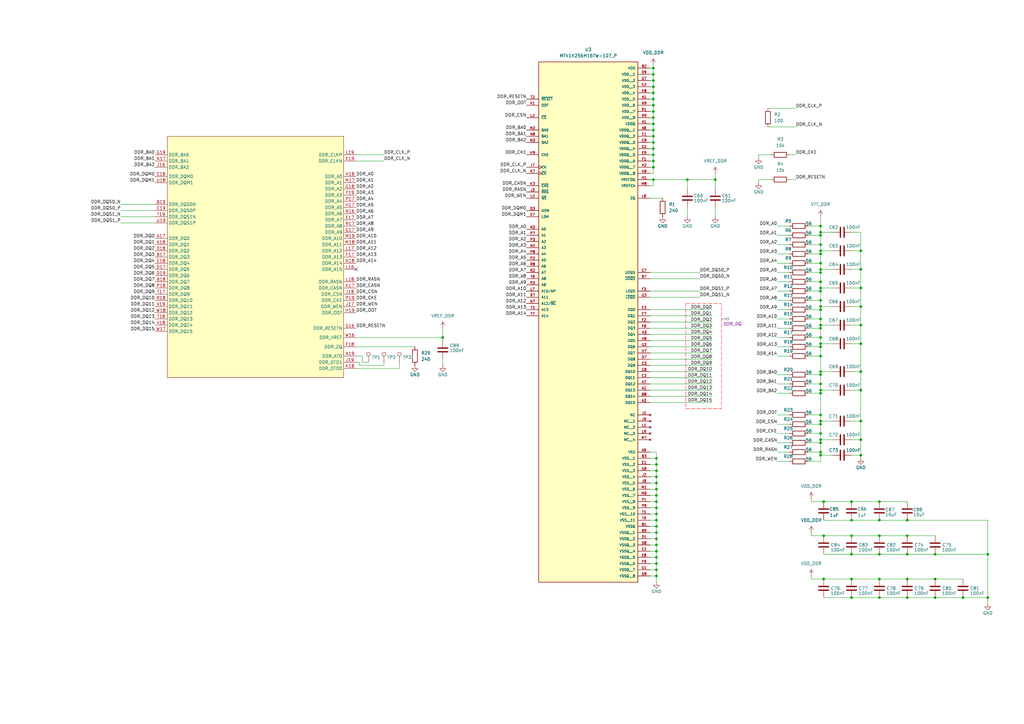
<source format=kicad_sch>
(kicad_sch (version 20250114) (generator "eeschema") (generator_version "9.0")
  (paper "A3")
  (title_block (comment 1 "Author: Mykola Grodskyi"))
  (junction (at 267.97 60.96))
  (junction (at 336.55 177.8))
  (junction (at 269.24 193.04))
  (junction (at 269.24 233.68))
  (junction (at 267.97 73.66))
  (junction (at 269.24 200.66))
  (junction (at 353.06 186.69))
  (junction (at 349.25 237.49))
  (junction (at 336.55 170.18))
  (junction (at 269.24 205.74))
  (junction (at 269.24 187.96))
  (junction (at 269.24 223.52))
  (junction (at 269.24 210.82))
  (junction (at 336.55 111.76))
  (junction (at 372.11 245.11))
  (junction (at 353.06 140.97))
  (junction (at 267.97 68.58))
  (junction (at 267.97 27.94))
  (junction (at 394.97 245.11))
  (junction (at 336.55 173.99))
  (junction (at 336.55 186.69))
  (junction (at 336.55 138.43))
  (junction (at 336.55 102.87))
  (junction (at 336.55 100.33))
  (junction (at 293.37 73.66))
  (junction (at 336.55 123.19))
  (junction (at 360.68 219.71))
  (junction (at 336.55 161.29))
  (junction (at 337.82 219.71))
  (junction (at 353.06 160.02))
  (junction (at 336.55 152.4))
  (junction (at 267.97 35.56))
  (junction (at 353.06 125.73))
  (junction (at 383.54 227.33))
  (junction (at 349.25 205.74))
  (junction (at 269.24 220.98))
  (junction (at 383.54 245.11))
  (junction (at 269.24 208.28))
  (junction (at 336.55 180.34))
  (junction (at 267.97 66.04))
  (junction (at 269.24 195.58))
  (junction (at 336.55 133.35))
  (junction (at 349.25 219.71))
  (junction (at 181.61 138.43))
  (junction (at 336.55 115.57))
  (junction (at 360.68 213.36))
  (junction (at 349.25 227.33))
  (junction (at 337.82 205.74))
  (junction (at 336.55 172.72))
  (junction (at 372.11 227.33))
  (junction (at 336.55 92.71))
  (junction (at 267.97 40.64))
  (junction (at 353.06 152.4))
  (junction (at 269.24 198.12))
  (junction (at 353.06 118.11))
  (junction (at 269.24 226.06))
  (junction (at 372.11 213.36))
  (junction (at 360.68 205.74))
  (junction (at 353.06 133.35))
  (junction (at 267.97 45.72))
  (junction (at 336.55 160.02))
  (junction (at 336.55 119.38))
  (junction (at 353.06 102.87))
  (junction (at 336.55 157.48))
  (junction (at 269.24 231.14))
  (junction (at 336.55 118.11))
  (junction (at 269.24 190.5))
  (junction (at 267.97 63.5))
  (junction (at 372.11 237.49))
  (junction (at 269.24 218.44))
  (junction (at 336.55 134.62))
  (junction (at 383.54 237.49))
  (junction (at 267.97 30.48))
  (junction (at 405.13 227.33))
  (junction (at 336.55 95.25))
  (junction (at 360.68 227.33))
  (junction (at 372.11 219.71))
  (junction (at 336.55 104.14))
  (junction (at 267.97 50.8))
  (junction (at 353.06 180.34))
  (junction (at 336.55 110.49))
  (junction (at 269.24 228.6))
  (junction (at 267.97 43.18))
  (junction (at 269.24 215.9))
  (junction (at 353.06 172.72))
  (junction (at 267.97 33.02))
  (junction (at 336.55 125.73))
  (junction (at 281.94 73.66))
  (junction (at 360.68 245.11))
  (junction (at 336.55 130.81))
  (junction (at 336.55 142.24))
  (junction (at 267.97 53.34))
  (junction (at 269.24 203.2))
  (junction (at 336.55 185.42))
  (junction (at 337.82 237.49))
  (junction (at 269.24 213.36))
  (junction (at 336.55 146.05))
  (junction (at 353.06 110.49))
  (junction (at 267.97 38.1))
  (junction (at 269.24 236.22))
  (junction (at 267.97 48.26))
  (junction (at 349.25 213.36))
  (junction (at 267.97 58.42))
  (junction (at 360.68 237.49))
  (junction (at 336.55 96.52))
  (junction (at 336.55 181.61))
  (junction (at 405.13 245.11))
  (junction (at 336.55 153.67))
  (junction (at 336.55 107.95))
  (junction (at 349.25 245.11))
  (junction (at 336.55 127))
  (junction (at 267.97 55.88))
  (junction (at 336.55 140.97))
  (no_connect (at 146.05 110.49))
  (wire (pts (xy 269.24 205.74) (xy 269.24 208.28)))
  (wire (pts (xy 318.77 189.23) (xy 323.85 189.23)))
  (wire (pts (xy 353.06 102.87) (xy 353.06 110.49)))
  (wire (pts (xy 281.94 73.66) (xy 281.94 77.47)))
  (wire (pts (xy 269.24 193.04) (xy 269.24 195.58)))
  (wire (pts (xy 336.55 185.42) (xy 336.55 186.69)))
  (wire (pts (xy 336.55 100.33) (xy 336.55 102.87)))
  (wire (pts (xy 341.63 186.69) (xy 336.55 186.69)))
  (wire (pts (xy 383.54 245.11) (xy 394.97 245.11)))
  (wire (pts (xy 336.55 104.14) (xy 336.55 107.95)))
  (wire (pts (xy 372.11 245.11) (xy 383.54 245.11)))
  (wire (pts (xy 336.55 95.25) (xy 336.55 96.52)))
  (wire (pts (xy 157.48 66.04) (xy 146.05 66.04)))
  (wire (pts (xy 267.97 30.48) (xy 267.97 33.02)))
  (wire (pts (xy 336.55 92.71) (xy 336.55 95.25)))
  (wire (pts (xy 318.77 181.61) (xy 323.85 181.61)))
  (wire (pts (xy 287.02 119.38) (xy 266.7 119.38)))
  (wire (pts (xy 336.55 119.38) (xy 331.47 119.38)))
  (wire (pts (xy 269.24 208.28) (xy 266.7 208.28)))
  (wire (pts (xy 336.55 111.76) (xy 336.55 115.57)))
  (wire (pts (xy 311.15 73.66) (xy 316.23 73.66)))
  (wire (pts (xy 318.77 142.24) (xy 323.85 142.24)))
  (wire (pts (xy 353.06 140.97) (xy 353.06 152.4)))
  (wire (pts (xy 336.55 123.19) (xy 331.47 123.19)))
  (wire (pts (xy 269.24 198.12) (xy 266.7 198.12)))
  (wire (pts (xy 336.55 146.05) (xy 336.55 152.4)))
  (wire (pts (xy 337.82 219.71) (xy 349.25 219.71)))
  (wire (pts (xy 269.24 213.36) (xy 269.24 215.9)))
  (wire (pts (xy 336.55 181.61) (xy 336.55 185.42)))
  (wire (pts (xy 336.55 102.87) (xy 336.55 104.14)))
  (wire (pts (xy 336.55 142.24) (xy 331.47 142.24)))
  (wire (pts (xy 269.24 226.06) (xy 266.7 226.06)))
  (wire (pts (xy 49.53 86.36) (xy 63.5 86.36)))
  (wire (pts (xy 341.63 125.73) (xy 336.55 125.73)))
  (wire (pts (xy 336.55 115.57) (xy 331.47 115.57)))
  (wire (pts (xy 360.68 213.36) (xy 372.11 213.36)))
  (wire (pts (xy 341.63 102.87) (xy 336.55 102.87)))
  (wire (pts (xy 336.55 185.42) (xy 331.47 185.42)))
  (wire (pts (xy 336.55 170.18) (xy 336.55 172.72)))
  (wire (pts (xy 353.06 133.35) (xy 349.25 133.35)))
  (wire (pts (xy 269.24 200.66) (xy 266.7 200.66)))
  (wire (pts (xy 311.15 63.5) (xy 316.23 63.5)))
  (wire (pts (xy 372.11 227.33) (xy 383.54 227.33)))
  (wire (pts (xy 336.55 92.71) (xy 331.47 92.71)))
  (wire (pts (xy 336.55 134.62) (xy 336.55 138.43)))
  (wire (pts (xy 267.97 40.64) (xy 267.97 43.18)))
  (wire (pts (xy 292.1 142.24) (xy 266.7 142.24)))
  (wire (pts (xy 336.55 160.02) (xy 336.55 161.29)))
  (wire (pts (xy 267.97 43.18) (xy 267.97 45.72)))
  (wire (pts (xy 394.97 245.11) (xy 405.13 245.11)))
  (wire (pts (xy 49.53 91.44) (xy 63.5 91.44)))
  (wire (pts (xy 383.54 237.49) (xy 394.97 237.49)))
  (wire (pts (xy 292.1 162.56) (xy 266.7 162.56)))
  (wire (pts (xy 267.97 27.94) (xy 266.7 27.94)))
  (wire (pts (xy 405.13 245.11) (xy 405.13 247.65)))
  (wire (pts (xy 269.24 195.58) (xy 266.7 195.58)))
  (wire (pts (xy 269.24 220.98) (xy 266.7 220.98)))
  (wire (pts (xy 292.1 154.94) (xy 266.7 154.94)))
  (wire (pts (xy 267.97 68.58) (xy 267.97 71.12)))
  (wire (pts (xy 267.97 33.02) (xy 266.7 33.02)))
  (wire (pts (xy 269.24 185.42) (xy 269.24 187.96)))
  (wire (pts (xy 269.24 223.52) (xy 266.7 223.52)))
  (wire (pts (xy 349.25 219.71) (xy 360.68 219.71)))
  (wire (pts (xy 269.24 220.98) (xy 269.24 223.52)))
  (wire (pts (xy 146.05 146.05) (xy 148.59 146.05)))
  (wire (pts (xy 292.1 137.16) (xy 266.7 137.16)))
  (wire (pts (xy 267.97 26.67) (xy 267.97 27.94)))
  (wire (pts (xy 267.97 55.88) (xy 266.7 55.88)))
  (wire (pts (xy 311.15 64.77) (xy 311.15 63.5)))
  (wire (pts (xy 372.11 219.71) (xy 383.54 219.71)))
  (wire (pts (xy 266.7 73.66) (xy 267.97 73.66)))
  (wire (pts (xy 287.02 111.76) (xy 266.7 111.76)))
  (wire (pts (xy 267.97 55.88) (xy 267.97 58.42)))
  (wire (pts (xy 269.24 208.28) (xy 269.24 210.82)))
  (wire (pts (xy 336.55 186.69) (xy 336.55 189.23)))
  (wire (pts (xy 372.11 237.49) (xy 383.54 237.49)))
  (wire (pts (xy 269.24 226.06) (xy 269.24 228.6)))
  (wire (pts (xy 323.85 73.66) (xy 326.39 73.66)))
  (wire (pts (xy 281.94 73.66) (xy 293.37 73.66)))
  (wire (pts (xy 267.97 40.64) (xy 266.7 40.64)))
  (wire (pts (xy 269.24 187.96) (xy 269.24 190.5)))
  (wire (pts (xy 181.61 134.62) (xy 181.61 138.43)))
  (wire (pts (xy 318.77 111.76) (xy 323.85 111.76)))
  (wire (pts (xy 269.24 231.14) (xy 269.24 233.68)))
  (wire (pts (xy 292.1 157.48) (xy 266.7 157.48)))
  (wire (pts (xy 353.06 160.02) (xy 349.25 160.02)))
  (wire (pts (xy 267.97 53.34) (xy 266.7 53.34)))
  (wire (pts (xy 353.06 160.02) (xy 353.06 172.72)))
  (wire (pts (xy 372.11 213.36) (xy 405.13 213.36)))
  (wire (pts (xy 336.55 161.29) (xy 336.55 170.18)))
  (wire (pts (xy 318.77 115.57) (xy 323.85 115.57)))
  (wire (pts (xy 405.13 227.33) (xy 405.13 245.11)))
  (wire (pts (xy 267.97 63.5) (xy 266.7 63.5)))
  (wire (pts (xy 336.55 153.67) (xy 336.55 157.48)))
  (wire (pts (xy 269.24 193.04) (xy 266.7 193.04)))
  (wire (pts (xy 292.1 127) (xy 266.7 127)))
  (wire (pts (xy 341.63 152.4) (xy 336.55 152.4)))
  (wire (pts (xy 318.77 107.95) (xy 323.85 107.95)))
  (wire (pts (xy 336.55 133.35) (xy 336.55 134.62)))
  (wire (pts (xy 157.48 148.59) (xy 157.48 149.86)))
  (wire (pts (xy 353.06 172.72) (xy 349.25 172.72)))
  (wire (pts (xy 269.24 210.82) (xy 266.7 210.82)))
  (wire (pts (xy 269.24 236.22) (xy 269.24 238.76)))
  (wire (pts (xy 146.05 151.13) (xy 163.83 151.13)))
  (wire (pts (xy 349.25 227.33) (xy 360.68 227.33)))
  (wire (pts (xy 292.1 139.7) (xy 266.7 139.7)))
  (wire (pts (xy 336.55 152.4) (xy 336.55 153.67)))
  (wire (pts (xy 318.77 130.81) (xy 323.85 130.81)))
  (wire (pts (xy 336.55 115.57) (xy 336.55 118.11)))
  (wire (pts (xy 360.68 245.11) (xy 372.11 245.11)))
  (wire (pts (xy 353.06 133.35) (xy 353.06 140.97)))
  (wire (pts (xy 292.1 132.08) (xy 266.7 132.08)))
  (wire (pts (xy 336.55 130.81) (xy 331.47 130.81)))
  (wire (pts (xy 49.53 88.9) (xy 63.5 88.9)))
  (wire (pts (xy 341.63 160.02) (xy 336.55 160.02)))
  (wire (pts (xy 287.02 114.3) (xy 266.7 114.3)))
  (wire (pts (xy 269.24 190.5) (xy 266.7 190.5)))
  (wire (pts (xy 318.77 153.67) (xy 323.85 153.67)))
  (wire (pts (xy 148.59 146.05) (xy 148.59 148.59)))
  (wire (pts (xy 336.55 172.72) (xy 336.55 173.99)))
  (wire (pts (xy 337.82 227.33) (xy 349.25 227.33)))
  (wire (pts (xy 349.25 245.11) (xy 360.68 245.11)))
  (wire (pts (xy 336.55 153.67) (xy 331.47 153.67)))
  (wire (pts (xy 353.06 152.4) (xy 349.25 152.4)))
  (wire (pts (xy 332.74 219.71) (xy 337.82 219.71)))
  (wire (pts (xy 269.24 228.6) (xy 266.7 228.6)))
  (wire (pts (xy 331.47 100.33) (xy 336.55 100.33)))
  (wire (pts (xy 267.97 38.1) (xy 266.7 38.1)))
  (wire (pts (xy 266.7 81.28) (xy 271.78 81.28)))
  (wire (pts (xy 269.24 213.36) (xy 266.7 213.36)))
  (wire (pts (xy 269.24 215.9) (xy 266.7 215.9)))
  (wire (pts (xy 157.48 149.86) (xy 147.32 149.86)))
  (wire (pts (xy 267.97 53.34) (xy 267.97 55.88)))
  (wire (pts (xy 336.55 134.62) (xy 331.47 134.62)))
  (wire (pts (xy 353.06 180.34) (xy 349.25 180.34)))
  (wire (pts (xy 337.82 213.36) (xy 349.25 213.36)))
  (wire (pts (xy 292.1 129.54) (xy 266.7 129.54)))
  (wire (pts (xy 336.55 161.29) (xy 331.47 161.29)))
  (wire (pts (xy 147.32 149.86) (xy 147.32 148.59)))
  (wire (pts (xy 336.55 107.95) (xy 336.55 110.49)))
  (wire (pts (xy 163.83 151.13) (xy 163.83 148.59)))
  (wire (pts (xy 353.06 180.34) (xy 353.06 186.69)))
  (wire (pts (xy 332.74 236.22) (xy 332.74 237.49)))
  (wire (pts (xy 267.97 76.2) (xy 267.97 73.66)))
  (wire (pts (xy 341.63 180.34) (xy 336.55 180.34)))
  (wire (pts (xy 353.06 95.25) (xy 349.25 95.25)))
  (wire (pts (xy 349.25 213.36) (xy 360.68 213.36)))
  (wire (pts (xy 181.61 139.7) (xy 181.61 138.43)))
  (wire (pts (xy 293.37 73.66) (xy 293.37 77.47)))
  (wire (pts (xy 336.55 118.11) (xy 336.55 119.38)))
  (wire (pts (xy 269.24 203.2) (xy 269.24 205.74)))
  (wire (pts (xy 318.77 100.33) (xy 323.85 100.33)))
  (wire (pts (xy 353.06 118.11) (xy 349.25 118.11)))
  (wire (pts (xy 269.24 198.12) (xy 269.24 200.66)))
  (wire (pts (xy 281.94 88.9) (xy 281.94 85.09)))
  (wire (pts (xy 353.06 186.69) (xy 349.25 186.69)))
  (wire (pts (xy 318.77 170.18) (xy 323.85 170.18)))
  (wire (pts (xy 336.55 181.61) (xy 331.47 181.61)))
  (wire (pts (xy 331.47 104.14) (xy 336.55 104.14)))
  (wire (pts (xy 269.24 185.42) (xy 266.7 185.42)))
  (wire (pts (xy 336.55 189.23) (xy 331.47 189.23)))
  (wire (pts (xy 353.06 125.73) (xy 349.25 125.73)))
  (wire (pts (xy 341.63 133.35) (xy 336.55 133.35)))
  (wire (pts (xy 267.97 58.42) (xy 266.7 58.42)))
  (wire (pts (xy 267.97 33.02) (xy 267.97 35.56)))
  (wire (pts (xy 293.37 88.9) (xy 293.37 85.09)))
  (wire (pts (xy 267.97 35.56) (xy 267.97 38.1)))
  (wire (pts (xy 337.82 205.74) (xy 349.25 205.74)))
  (wire (pts (xy 341.63 110.49) (xy 336.55 110.49)))
  (wire (pts (xy 314.96 44.45) (xy 326.39 44.45)))
  (wire (pts (xy 353.06 186.69) (xy 353.06 187.96)))
  (wire (pts (xy 292.1 147.32) (xy 266.7 147.32)))
  (wire (pts (xy 353.06 172.72) (xy 353.06 180.34)))
  (wire (pts (xy 360.68 227.33) (xy 372.11 227.33)))
  (wire (pts (xy 267.97 58.42) (xy 267.97 60.96)))
  (wire (pts (xy 269.24 228.6) (xy 269.24 231.14)))
  (wire (pts (xy 332.74 218.44) (xy 332.74 219.71)))
  (wire (pts (xy 269.24 233.68) (xy 266.7 233.68)))
  (wire (pts (xy 292.1 144.78) (xy 266.7 144.78)))
  (wire (pts (xy 292.1 149.86) (xy 266.7 149.86)))
  (wire (pts (xy 318.77 146.05) (xy 323.85 146.05)))
  (wire (pts (xy 336.55 125.73) (xy 336.55 127)))
  (wire (pts (xy 353.06 95.25) (xy 353.06 102.87)))
  (wire (pts (xy 337.82 237.49) (xy 349.25 237.49)))
  (wire (pts (xy 269.24 203.2) (xy 266.7 203.2)))
  (wire (pts (xy 269.24 231.14) (xy 266.7 231.14)))
  (wire (pts (xy 353.06 140.97) (xy 349.25 140.97)))
  (wire (pts (xy 267.97 66.04) (xy 266.7 66.04)))
  (wire (pts (xy 318.77 96.52) (xy 323.85 96.52)))
  (wire (pts (xy 292.1 134.62) (xy 266.7 134.62)))
  (wire (pts (xy 148.59 148.59) (xy 151.13 148.59)))
  (wire (pts (xy 146.05 138.43) (xy 181.61 138.43)))
  (wire (pts (xy 332.74 204.47) (xy 332.74 205.74)))
  (wire (pts (xy 336.55 140.97) (xy 336.55 142.24)))
  (wire (pts (xy 353.06 152.4) (xy 353.06 160.02)))
  (wire (pts (xy 267.97 60.96) (xy 266.7 60.96)))
  (wire (pts (xy 269.24 205.74) (xy 266.7 205.74)))
  (wire (pts (xy 269.24 218.44) (xy 269.24 220.98)))
  (wire (pts (xy 336.55 127) (xy 331.47 127)))
  (wire (pts (xy 146.05 148.59) (xy 147.32 148.59)))
  (wire (pts (xy 341.63 118.11) (xy 336.55 118.11)))
  (wire (pts (xy 336.55 107.95) (xy 331.47 107.95)))
  (wire (pts (xy 318.77 185.42) (xy 323.85 185.42)))
  (wire (pts (xy 318.77 134.62) (xy 323.85 134.62)))
  (wire (pts (xy 267.97 43.18) (xy 266.7 43.18)))
  (wire (pts (xy 341.63 140.97) (xy 336.55 140.97)))
  (wire (pts (xy 267.97 35.56) (xy 266.7 35.56)))
  (wire (pts (xy 318.77 177.8) (xy 323.85 177.8)))
  (wire (pts (xy 341.63 95.25) (xy 336.55 95.25)))
  (wire (pts (xy 336.55 142.24) (xy 336.55 146.05)))
  (wire (pts (xy 318.77 123.19) (xy 323.85 123.19)))
  (wire (pts (xy 146.05 142.24) (xy 170.18 142.24)))
  (wire (pts (xy 353.06 102.87) (xy 349.25 102.87)))
  (wire (pts (xy 336.55 110.49) (xy 336.55 111.76)))
  (wire (pts (xy 336.55 123.19) (xy 336.55 125.73)))
  (wire (pts (xy 267.97 27.94) (xy 267.97 30.48)))
  (wire (pts (xy 341.63 172.72) (xy 336.55 172.72)))
  (wire (pts (xy 318.77 104.14) (xy 323.85 104.14)))
  (wire (pts (xy 349.25 205.74) (xy 360.68 205.74)))
  (wire (pts (xy 318.77 92.71) (xy 323.85 92.71)))
  (wire (pts (xy 267.97 45.72) (xy 266.7 45.72)))
  (wire (pts (xy 336.55 119.38) (xy 336.55 123.19)))
  (wire (pts (xy 336.55 111.76) (xy 331.47 111.76)))
  (wire (pts (xy 293.37 71.12) (xy 293.37 73.66)))
  (wire (pts (xy 318.77 157.48) (xy 323.85 157.48)))
  (wire (pts (xy 269.24 233.68) (xy 269.24 236.22)))
  (wire (pts (xy 267.97 48.26) (xy 267.97 50.8)))
  (wire (pts (xy 267.97 63.5) (xy 267.97 66.04)))
  (wire (pts (xy 181.61 149.86) (xy 181.61 147.32)))
  (wire (pts (xy 267.97 38.1) (xy 267.97 40.64)))
  (wire (pts (xy 336.55 177.8) (xy 331.47 177.8)))
  (wire (pts (xy 318.77 127) (xy 323.85 127)))
  (wire (pts (xy 287.02 121.92) (xy 266.7 121.92)))
  (wire (pts (xy 336.55 170.18) (xy 331.47 170.18)))
  (wire (pts (xy 353.06 110.49) (xy 349.25 110.49)))
  (wire (pts (xy 269.24 200.66) (xy 269.24 203.2)))
  (wire (pts (xy 336.55 180.34) (xy 336.55 181.61)))
  (wire (pts (xy 267.97 50.8) (xy 266.7 50.8)))
  (wire (pts (xy 353.06 118.11) (xy 353.06 125.73)))
  (wire (pts (xy 269.24 190.5) (xy 269.24 193.04)))
  (wire (pts (xy 336.55 177.8) (xy 336.55 180.34)))
  (wire (pts (xy 336.55 157.48) (xy 336.55 160.02)))
  (wire (pts (xy 318.77 173.99) (xy 323.85 173.99)))
  (wire (pts (xy 318.77 119.38) (xy 323.85 119.38)))
  (wire (pts (xy 336.55 96.52) (xy 336.55 100.33)))
  (wire (pts (xy 267.97 50.8) (xy 267.97 53.34)))
  (wire (pts (xy 269.24 187.96) (xy 266.7 187.96)))
  (wire (pts (xy 267.97 30.48) (xy 266.7 30.48)))
  (wire (pts (xy 266.7 76.2) (xy 267.97 76.2)))
  (wire (pts (xy 49.53 83.82) (xy 63.5 83.82)))
  (wire (pts (xy 360.68 205.74) (xy 372.11 205.74)))
  (wire (pts (xy 336.55 146.05) (xy 331.47 146.05)))
  (wire (pts (xy 269.24 236.22) (xy 266.7 236.22)))
  (wire (pts (xy 353.06 125.73) (xy 353.06 133.35)))
  (wire (pts (xy 353.06 110.49) (xy 353.06 118.11)))
  (wire (pts (xy 349.25 237.49) (xy 360.68 237.49)))
  (wire (pts (xy 318.77 161.29) (xy 323.85 161.29)))
  (wire (pts (xy 336.55 173.99) (xy 331.47 173.99)))
  (wire (pts (xy 267.97 45.72) (xy 267.97 48.26)))
  (wire (pts (xy 332.74 205.74) (xy 337.82 205.74)))
  (wire (pts (xy 267.97 48.26) (xy 266.7 48.26)))
  (wire (pts (xy 267.97 60.96) (xy 267.97 63.5)))
  (wire (pts (xy 383.54 227.33) (xy 405.13 227.33)))
  (wire (pts (xy 336.55 127) (xy 336.55 130.81)))
  (wire (pts (xy 336.55 138.43) (xy 331.47 138.43)))
  (wire (pts (xy 292.1 152.4) (xy 266.7 152.4)))
  (wire (pts (xy 318.77 138.43) (xy 323.85 138.43)))
  (wire (pts (xy 332.74 237.49) (xy 337.82 237.49)))
  (wire (pts (xy 267.97 66.04) (xy 267.97 68.58)))
  (wire (pts (xy 336.55 157.48) (xy 331.47 157.48)))
  (wire (pts (xy 269.24 215.9) (xy 269.24 218.44)))
  (wire (pts (xy 157.48 63.5) (xy 146.05 63.5)))
  (wire (pts (xy 405.13 213.36) (xy 405.13 227.33)))
  (wire (pts (xy 360.68 219.71) (xy 372.11 219.71)))
  (wire (pts (xy 269.24 195.58) (xy 269.24 198.12)))
  (wire (pts (xy 267.97 73.66) (xy 281.94 73.66)))
  (wire (pts (xy 269.24 210.82) (xy 269.24 213.36)))
  (wire (pts (xy 269.24 223.52) (xy 269.24 226.06)))
  (wire (pts (xy 292.1 160.02) (xy 266.7 160.02)))
  (wire (pts (xy 326.39 52.07) (xy 314.96 52.07)))
  (wire (pts (xy 292.1 165.1) (xy 266.7 165.1)))
  (wire (pts (xy 323.85 63.5) (xy 326.39 63.5)))
  (wire (pts (xy 336.55 173.99) (xy 336.55 177.8)))
  (wire (pts (xy 267.97 68.58) (xy 266.7 68.58)))
  (wire (pts (xy 360.68 237.49) (xy 372.11 237.49)))
  (wire (pts (xy 269.24 218.44) (xy 266.7 218.44)))
  (wire (pts (xy 331.47 96.52) (xy 336.55 96.52)))
  (wire (pts (xy 337.82 245.11) (xy 349.25 245.11)))
  (wire (pts (xy 311.15 74.93) (xy 311.15 73.66)))
  (wire (pts (xy 336.55 130.81) (xy 336.55 133.35)))
  (wire (pts (xy 336.55 138.43) (xy 336.55 140.97)))
  (wire (pts (xy 267.97 71.12) (xy 266.7 71.12)))
  (wire (pts (xy 336.55 88.9) (xy 336.55 92.71)))
  (label "DDR_RASN" (at 215.9 78.74 180))
  (label "DDR_DQS0_P" (at 287.02 111.76 0))
  (label "DDR_DQ10" (at 63.5 123.19 180))
  (label "DDR_DQ9" (at 63.5 120.65 180))
  (label "DDR_A10" (at 318.77 130.81 180))
  (label "DDR_A12" (at 215.9 124.46 180))
  (label "DDR_CKE" (at 318.77 177.8 180))
  (label "DDR_DQ3" (at 63.5 105.41 180))
  (label "DDR_A1" (at 215.9 96.52 180))
  (label "DDR_CASN" (at 318.77 181.61 180))
  (label "DDR_ODT" (at 215.9 43.18 180))
  (label "DDR_BA0" (at 63.5 63.5 180))
  (label "DDR_DQ5" (at 63.5 110.49 180))
  (label "DDR_DQ2" (at 292.1 132.08 180))
  (label "DDR_A2" (at 146.05 77.47 0))
  (label "DDR_A8" (at 318.77 123.19 180))
  (label "DDR_DQ14" (at 292.1 162.56 180))
  (label "DDR_DQS1_P" (at 287.02 119.38 0))
  (label "DDR_A10" (at 215.9 119.38 180))
  (label "DDR_A3" (at 146.05 80.01 0))
  (label "DDR_A3" (at 318.77 104.14 180))
  (label "DDR_A9" (at 146.05 95.25 0))
  (label "DDR_DQ0" (at 292.1 127 180))
  (label "DDR_BA2" (at 63.5 68.58 180))
  (label "DDR_A14" (at 318.77 146.05 180))
  (label "DDR_CSN" (at 215.9 48.26 180))
  (label "DDR_A4" (at 146.05 82.55 0))
  (label "DDR_DQS1_P" (at 49.53 91.44 180))
  (label "DDR_CKE" (at 326.39 63.5 0))
  (label "DDR_A7" (at 318.77 119.38 180))
  (label "DDR_A5" (at 215.9 106.68 180))
  (label "DDR_A9" (at 318.77 127 180))
  (label "DDR_DQM0" (at 215.9 86.36 180))
  (label "DDR_DQ8" (at 63.5 118.11 180))
  (label "DDR_CASN" (at 215.9 76.2 180))
  (label "DDR_A4" (at 318.77 107.95 180))
  (label "DDR_CLK_N" (at 157.48 66.04 0))
  (label "DDR_DQ9" (at 292.1 149.86 180))
  (label "DDR_A3" (at 215.9 101.6 180))
  (label "DDR_RESETN" (at 146.05 134.62 0))
  (label "DDR_ODT" (at 146.05 128.27 0))
  (label "DDR_A0" (at 146.05 72.39 0))
  (label "DDR_DQ10" (at 292.1 152.4 180))
  (label "DDR_CLK_P" (at 157.48 63.5 0))
  (label "DDR_DQ3" (at 292.1 134.62 180))
  (label "DDR_CKE" (at 215.9 63.5 180))
  (label "DDR_WEN" (at 146.05 125.73 0))
  (label "DDR_DQ14" (at 63.5 133.35 180))
  (label "DDR_BA0" (at 318.77 153.67 180))
  (label "DDR_BA1" (at 63.5 66.04 180))
  (label "DDR_DQ11" (at 292.1 154.94 180))
  (label "DDR_BA1" (at 215.9 55.88 180))
  (label "DDR_A14" (at 215.9 129.54 180))
  (label "DDR_WEN" (at 318.77 189.23 180))
  (label "DDR_CLK_N" (at 326.39 52.07 0))
  (label "DDR_A8" (at 215.9 114.3 180))
  (label "DDR_DQ7" (at 63.5 115.57 180))
  (label "DDR_DQ7" (at 292.1 144.78 180))
  (label "DDR_CKE" (at 146.05 123.19 0))
  (label "DDR_DQ15" (at 292.1 165.1 180))
  (label "DDR_A6" (at 318.77 115.57 180))
  (label "DDR_DQ4" (at 292.1 137.16 180))
  (label "DDR_BA2" (at 318.77 161.29 180))
  (label "DDR_A1" (at 318.77 96.52 180))
  (label "DDR_A0" (at 318.77 92.71 180))
  (label "DDR_A2" (at 318.77 100.33 180))
  (label "DDR_DQ13" (at 63.5 130.81 180))
  (label "DDR_ODT" (at 318.77 170.18 180))
  (label "DDR_DQS1_N" (at 49.53 88.9 180))
  (label "DDR_DQ6" (at 63.5 113.03 180))
  (label "DDR_A13" (at 318.77 142.24 180))
  (label "DDR_DQ12" (at 63.5 128.27 180))
  (label "DDR_A14" (at 146.05 107.95 0))
  (label "DDR_DQ15" (at 63.5 135.89 180))
  (label "DDR_A1" (at 146.05 74.93 0))
  (label "DDR_DQS0_P" (at 49.53 86.36 180))
  (label "DDR_A11" (at 215.9 121.92 180))
  (label "DDR_CLK_P" (at 326.39 44.45 0))
  (label "DDR_A7" (at 146.05 90.17 0))
  (label "DDR_BA2" (at 215.9 58.42 180))
  (label "DDR_A2" (at 215.9 99.06 180))
  (label "DDR_A4" (at 215.9 104.14 180))
  (label "DDR_A5" (at 146.05 85.09 0))
  (label "DDR_A9" (at 215.9 116.84 180))
  (label "DDR_DQ2" (at 63.5 102.87 180))
  (label "DDR_A6" (at 146.05 87.63 0))
  (label "DDR_A8" (at 146.05 92.71 0))
  (label "DDR_A12" (at 146.05 102.87 0))
  (label "DDR_DQS0_N" (at 49.53 83.82 180))
  (label "DDR_A7" (at 215.9 111.76 180))
  (label "DDR_DQ0" (at 63.5 97.79 180))
  (label "DDR_DQ1" (at 292.1 129.54 180))
  (label "DDR_DQ8" (at 292.1 147.32 180))
  (label "DDR_A5" (at 318.77 111.76 180))
  (label "DDR_RASN" (at 146.05 115.57 0))
  (label "DDR_RESETN" (at 215.9 40.64 180))
  (label "DDR_A12" (at 318.77 138.43 180))
  (label "DDR_DQ11" (at 63.5 125.73 180))
  (label "DDR_CLK_P" (at 215.9 68.58 180))
  (label "DDR_CLK_N" (at 215.9 71.12 180))
  (label "DDR_DQS1_N" (at 287.02 121.92 0))
  (label "DDR_DQ13" (at 292.1 160.02 180))
  (label "DDR_CSN" (at 318.77 173.99 180))
  (label "DDR_A11" (at 318.77 134.62 180))
  (label "DDR_A11" (at 146.05 100.33 0))
  (label "DDR_DQM1" (at 215.9 88.9 180))
  (label "DDR_BA0" (at 215.9 53.34 180))
  (label "DDR_A10" (at 146.05 97.79 0))
  (label "DDR_CASN" (at 146.05 118.11 0))
  (label "DDR_DQ6" (at 292.1 142.24 180))
  (label "DDR_DQ4" (at 63.5 107.95 180))
  (label "DDR_CSN" (at 146.05 120.65 0))
  (label "DDR_DQM0" (at 63.5 72.39 180))
  (label "DDR_DQ1" (at 63.5 100.33 180))
  (label "DDR_RASN" (at 318.77 185.42 180))
  (label "DDR_A6" (at 215.9 109.22 180))
  (label "DDR_DQ5" (at 292.1 139.7 180))
  (label "DDR_WEN" (at 215.9 81.28 180))
  (label "DDR_DQ12" (at 292.1 157.48 180))
  (label "DDR_DQM1" (at 63.5 74.93 180))
  (label "DDR_A13" (at 146.05 105.41 0))
  (label "DDR_DQS0_N" (at 287.02 114.3 0))
  (label "DDR_A0" (at 215.9 93.98 180))
  (label "DDR_A13" (at 215.9 127 180))
  (label "DDR_RESETN" (at 326.39 73.66 0))
  (label "DDR_BA1" (at 318.77 157.48 180))
  (rule_area (polyline (pts (xy 281.305 124.46) (xy 295.91 124.46) (xy 295.91 167.64) (xy 281.305 167.64)) (stroke (width 0) (type dash))))
  (netclass_flag "" (length 2.54) (shape round) (at 295.91 130.81 270) (property "Netclass" "DDR_DQ" (at 296.672 132.842 0) (effects (justify left))))
  (symbol (lib_id "Connector:TestPoint") (at 163.83 148.59 0) (unit 1)
    (property "Reference" "TP3" (at 165.1 146.558 0) (effects (justify left)))
    (property "Value" "TestPoint" (effects (hide yes)))
    (property "Footprint" "TestPoint:TestPoint_Pad_D1.0mm" (effects (hide yes)))
    (property "Description" "test point" (effects (hide yes)))
  )
  (symbol (lib_id "power:+36V") (at 332.74 236.22 0) (unit 1)
    (property "Reference" "#PWR078" (effects (hide yes)))
    (property "Value" "VDD_DDR" (at 332.74 231.14 0))
    (property "Description" "Power symbol creates a global label with name \"+36V\"" (effects (hide yes)))
  )
  (symbol (lib_id "Device:R") (at 327.66 170.18 90) (unit 1)
    (property "Reference" "R23" (at 323.342 168.148 90))
    (property "Value" "56" (at 331.724 169.164 90))
    (property "Footprint" "Resistor_SMD:R_0402_1005Metric" (effects (hide yes)))
    (property "Description" "Resistor" (effects (hide yes)))
  )
  (symbol (lib_id "power:GND") (at 170.18 149.86 0) (unit 1)
    (property "Reference" "#PWR079" (effects (hide yes)))
    (property "Value" "GND" (at 170.18 153.67 0))
    (property "Description" "Power symbol creates a global label with name \"GND\" , ground" (effects (hide yes)))
  )
  (symbol (lib_id "power:GND") (at 311.15 74.93 0) (unit 1)
    (property "Reference" "#PWR069" (effects (hide yes)))
    (property "Value" "GND" (at 311.15 78.74 0))
    (property "Description" "Power symbol creates a global label with name \"GND\" , ground" (effects (hide yes)))
  )
  (symbol (lib_id "Device:R") (at 314.96 48.26 0) (unit 1)
    (property "Reference" "R2" (at 317.5 46.9899 0) (effects (justify left)))
    (property "Value" "100" (at 317.5 49.5299 0) (effects (justify left)))
    (property "Footprint" "Resistor_SMD:R_0402_1005Metric" (effects (hide yes)))
    (property "Description" "Resistor" (effects (hide yes)))
  )
  (symbol (lib_id "Device:C") (at 372.11 209.55 180) (unit 1)
    (property "Reference" "C88" (at 376.428 209.042 0))
    (property "Value" "10uF" (at 376.936 211.074 0))
    (property "Footprint" "Capacitor_SMD:C_0603_1608Metric" (effects (hide yes)))
    (property "Description" "Unpolarized capacitor" (effects (hide yes)))
    (property "P/N" "GRT188R61A106KE13D" (effects (hide yes)))
    (property "Mouser P/N" "81-GRT188R61A106KE3D" (effects (hide yes)))
  )
  (symbol (lib_id "Device:C") (at 349.25 241.3 180) (unit 1)
    (property "Reference" "C77" (at 354.076 241.3 0))
    (property "Value" "100nF" (at 355.092 243.332 0))
    (property "Footprint" "Capacitor_SMD:C_0402_1005Metric" (effects (hide yes)))
    (property "Description" "Unpolarized capacitor" (effects (hide yes)))
    (property "P/N" " GRM155R61E104KA87J" (effects (hide yes)))
    (property "Mouser P/N" "81-GRM155R61E104KA7J" (effects (hide yes)))
  )
  (symbol (lib_id "Device:C") (at 345.44 140.97 90) (unit 1)
    (property "Reference" "C68" (at 341.884 138.938 90))
    (property "Value" "100nF" (at 350.012 138.938 90))
    (property "Footprint" "Capacitor_SMD:C_0402_1005Metric" (effects (hide yes)))
    (property "Description" "Unpolarized capacitor" (effects (hide yes)))
    (property "P/N" " GRM155R61E104KA87J" (effects (hide yes)))
    (property "Mouser P/N" "81-GRM155R61E104KA7J" (effects (hide yes)))
  )
  (symbol (lib_id "Device:C") (at 345.44 118.11 90) (unit 1)
    (property "Reference" "C65" (at 341.884 116.078 90))
    (property "Value" "100nF" (at 350.012 116.078 90))
    (property "Footprint" "Capacitor_SMD:C_0402_1005Metric" (effects (hide yes)))
    (property "Description" "Unpolarized capacitor" (effects (hide yes)))
    (property "P/N" " GRM155R61E104KA87J" (effects (hide yes)))
    (property "Mouser P/N" "81-GRM155R61E104KA7J" (effects (hide yes)))
  )
  (symbol (lib_id "Device:C") (at 345.44 102.87 90) (unit 1)
    (property "Reference" "C63" (at 341.884 100.838 90))
    (property "Value" "100nF" (at 350.012 100.838 90))
    (property "Footprint" "Capacitor_SMD:C_0402_1005Metric" (effects (hide yes)))
    (property "Description" "Unpolarized capacitor" (effects (hide yes)))
    (property "P/N" " GRM155R61E104KA87J" (effects (hide yes)))
    (property "Mouser P/N" "81-GRM155R61E104KA7J" (effects (hide yes)))
  )
  (symbol (lib_id "Device:C") (at 345.44 160.02 90) (unit 1)
    (property "Reference" "C70" (at 341.884 157.988 90))
    (property "Value" "100nF" (at 350.012 157.988 90))
    (property "Footprint" "Capacitor_SMD:C_0402_1005Metric" (effects (hide yes)))
    (property "Description" "Unpolarized capacitor" (effects (hide yes)))
    (property "P/N" " GRM155R61E104KA87J" (effects (hide yes)))
    (property "Mouser P/N" "81-GRM155R61E104KA7J" (effects (hide yes)))
  )
  (symbol (lib_id "Device:C") (at 181.61 143.51 180) (unit 1)
    (property "Reference" "C89" (at 186.436 141.732 0))
    (property "Value" "100nF" (at 187.452 143.764 0))
    (property "Footprint" "Capacitor_SMD:C_0402_1005Metric" (effects (hide yes)))
    (property "Description" "Unpolarized capacitor" (effects (hide yes)))
    (property "P/N" " GRM155R61E104KA87J" (effects (hide yes)))
    (property "Mouser P/N" "81-GRM155R61E104KA7J" (effects (hide yes)))
  )
  (symbol (lib_id "Device:C") (at 394.97 241.3 180) (unit 1)
    (property "Reference" "C81" (at 399.796 241.3 0))
    (property "Value" "100nF" (at 400.812 243.332 0))
    (property "Footprint" "Capacitor_SMD:C_0402_1005Metric" (effects (hide yes)))
    (property "Description" "Unpolarized capacitor" (effects (hide yes)))
    (property "P/N" " GRM155R61E104KA87J" (effects (hide yes)))
    (property "Mouser P/N" "81-GRM155R61E104KA7J" (effects (hide yes)))
  )
  (symbol (lib_id "power:+36V") (at 293.37 71.12 0) (unit 1)
    (property "Reference" "#PWR070" (effects (hide yes)))
    (property "Value" "VREF_DDR" (at 293.37 66.04 0))
    (property "Description" "Power symbol creates a global label with name \"+36V\"" (effects (hide yes)))
  )
  (symbol (lib_id "Device:R") (at 327.66 130.81 90) (unit 1)
    (property "Reference" "R15" (at 323.342 128.778 90))
    (property "Value" "56" (at 331.724 129.794 90))
    (property "Footprint" "Resistor_SMD:R_0402_1005Metric" (effects (hide yes)))
    (property "Description" "Resistor" (effects (hide yes)))
  )
  (symbol (lib_id "MT41K256M16TW-107_P:MT41K256M16TW-107_P") (at 241.3 81.28 0) (unit 1)
    (property "Reference" "U3" (at 241.3 20.32 0))
    (property "Value" "MT41K256M16TW-107_P" (at 241.3 22.86 0))
    (property "Footprint" "lib:BGA96C80P9X16_1400X800X120" (effects (hide yes)))
    (property "MANUFACTURER" "Micron" (effects (hide yes)))
    (property "P/N" "MT41K256M16TW-107:P" (effects (hide yes)))
    (property "Mouser P/N" "340-265846-TRAY" (effects (hide yes)))
  )
  (symbol (lib_id "Device:R") (at 327.66 161.29 90) (unit 1)
    (property "Reference" "R22" (at 323.342 159.258 90))
    (property "Value" "56" (at 331.724 160.274 90))
    (property "Footprint" "Resistor_SMD:R_0402_1005Metric" (effects (hide yes)))
    (property "Description" "Resistor" (effects (hide yes)))
  )
  (symbol (lib_id "Device:R") (at 327.66 185.42 90) (unit 1)
    (property "Reference" "R27" (at 323.342 183.388 90))
    (property "Value" "56" (at 331.724 184.404 90))
    (property "Footprint" "Resistor_SMD:R_0402_1005Metric" (effects (hide yes)))
    (property "Description" "Resistor" (effects (hide yes)))
  )
  (symbol (lib_id "power:GND") (at 353.06 187.96 0) (unit 1)
    (property "Reference" "#PWR074" (effects (hide yes)))
    (property "Value" "GND" (at 353.06 191.77 0))
    (property "Description" "Power symbol creates a global label with name \"GND\" , ground" (effects (hide yes)))
  )
  (symbol (lib_id "power:+36V") (at 332.74 204.47 0) (unit 1)
    (property "Reference" "#PWR076" (effects (hide yes)))
    (property "Value" "VDD_DDR" (at 332.74 199.39 0))
    (property "Description" "Power symbol creates a global label with name \"+36V\"" (effects (hide yes)))
  )
  (symbol (lib_id "Device:R") (at 327.66 100.33 90) (unit 1)
    (property "Reference" "R7" (at 323.342 98.298 90))
    (property "Value" "56" (at 331.724 99.314 90))
    (property "Footprint" "Resistor_SMD:R_0402_1005Metric" (effects (hide yes)))
    (property "Description" "Resistor" (effects (hide yes)))
  )
  (symbol (lib_id "Device:R") (at 271.78 85.09 0) (unit 1)
    (property "Reference" "R1" (at 274.32 83.8199 0) (effects (justify left)))
    (property "Value" "240" (at 274.32 86.3599 0) (effects (justify left)))
    (property "Footprint" "Resistor_SMD:R_0402_1005Metric" (effects (hide yes)))
    (property "Description" "Resistor" (effects (hide yes)))
  )
  (symbol (lib_id "Device:R") (at 327.66 157.48 90) (unit 1)
    (property "Reference" "R21" (at 323.342 155.448 90))
    (property "Value" "56" (at 331.724 156.464 90))
    (property "Footprint" "Resistor_SMD:R_0402_1005Metric" (effects (hide yes)))
    (property "Description" "Resistor" (effects (hide yes)))
  )
  (symbol (lib_id "power:GND") (at 271.78 88.9 0) (unit 1)
    (property "Reference" "#PWR067" (effects (hide yes)))
    (property "Value" "GND" (at 271.78 92.71 0))
    (property "Description" "Power symbol creates a global label with name \"GND\" , ground" (effects (hide yes)))
  )
  (symbol (lib_id "power:+36V") (at 336.55 88.9 0) (unit 1)
    (property "Reference" "#PWR073" (effects (hide yes)))
    (property "Value" "VTT_DDR" (at 336.55 83.82 0))
    (property "Description" "Power symbol creates a global label with name \"+36V\"" (effects (hide yes)))
  )
  (symbol (lib_id "Device:C") (at 360.68 209.55 180) (unit 1)
    (property "Reference" "C87" (at 364.998 209.042 0))
    (property "Value" "10uF" (at 365.506 211.074 0))
    (property "Footprint" "Capacitor_SMD:C_0603_1608Metric" (effects (hide yes)))
    (property "Description" "Unpolarized capacitor" (effects (hide yes)))
    (property "P/N" "GRT188R61A106KE13D" (effects (hide yes)))
    (property "Mouser P/N" "81-GRT188R61A106KE3D" (effects (hide yes)))
  )
  (symbol (lib_id "Device:C") (at 372.11 223.52 180) (unit 1)
    (property "Reference" "C74" (at 376.936 223.52 0))
    (property "Value" "100nF" (at 377.952 225.552 0))
    (property "Footprint" "Capacitor_SMD:C_0402_1005Metric" (effects (hide yes)))
    (property "Description" "Unpolarized capacitor" (effects (hide yes)))
    (property "P/N" " GRM155R61E104KA87J" (effects (hide yes)))
    (property "Mouser P/N" "81-GRM155R61E104KA7J" (effects (hide yes)))
  )
  (symbol (lib_id "Device:R") (at 327.66 142.24 90) (unit 1)
    (property "Reference" "R18" (at 323.342 140.208 90))
    (property "Value" "56" (at 331.724 141.224 90))
    (property "Footprint" "Resistor_SMD:R_0402_1005Metric" (effects (hide yes)))
    (property "Description" "Resistor" (effects (hide yes)))
  )
  (symbol (lib_id "Device:R") (at 327.66 181.61 90) (unit 1)
    (property "Reference" "R26" (at 323.342 179.578 90))
    (property "Value" "56" (at 331.724 180.594 90))
    (property "Footprint" "Resistor_SMD:R_0402_1005Metric" (effects (hide yes)))
    (property "Description" "Resistor" (effects (hide yes)))
  )
  (symbol (lib_id "power:+36V") (at 267.97 26.67 0) (unit 1)
    (property "Reference" "#PWR066" (effects (hide yes)))
    (property "Value" "VDD_DDR" (at 267.97 21.59 0))
    (property "Description" "Power symbol creates a global label with name \"+36V\"" (effects (hide yes)))
  )
  (symbol (lib_id "Device:R") (at 327.66 92.71 90) (unit 1)
    (property "Reference" "R5" (at 323.342 90.678 90))
    (property "Value" "56" (at 331.724 91.694 90))
    (property "Footprint" "Resistor_SMD:R_0402_1005Metric" (effects (hide yes)))
    (property "Description" "Resistor" (effects (hide yes)))
  )
  (symbol (lib_id "Device:C") (at 345.44 125.73 90) (unit 1)
    (property "Reference" "C66" (at 341.884 123.698 90))
    (property "Value" "100nF" (at 350.012 123.698 90))
    (property "Footprint" "Capacitor_SMD:C_0402_1005Metric" (effects (hide yes)))
    (property "Description" "Unpolarized capacitor" (effects (hide yes)))
    (property "P/N" " GRM155R61E104KA87J" (effects (hide yes)))
    (property "Mouser P/N" "81-GRM155R61E104KA7J" (effects (hide yes)))
  )
  (symbol (lib_id "power:+36V") (at 181.61 134.62 0) (unit 1)
    (property "Reference" "#PWR081" (effects (hide yes)))
    (property "Value" "VREF_DDR" (at 181.61 129.54 0))
    (property "Description" "Power symbol creates a global label with name \"+36V\"" (effects (hide yes)))
  )
  (symbol (lib_id "Device:R") (at 327.66 138.43 90) (unit 1)
    (property "Reference" "R17" (at 323.342 136.398 90))
    (property "Value" "56" (at 331.724 137.414 90))
    (property "Footprint" "Resistor_SMD:R_0402_1005Metric" (effects (hide yes)))
    (property "Description" "Resistor" (effects (hide yes)))
  )
  (symbol (lib_id "Device:C") (at 383.54 223.52 180) (unit 1)
    (property "Reference" "C75" (at 388.366 223.52 0))
    (property "Value" "100nF" (at 389.382 225.552 0))
    (property "Footprint" "Capacitor_SMD:C_0402_1005Metric" (effects (hide yes)))
    (property "Description" "Unpolarized capacitor" (effects (hide yes)))
    (property "P/N" " GRM155R61E104KA87J" (effects (hide yes)))
    (property "Mouser P/N" "81-GRM155R61E104KA7J" (effects (hide yes)))
  )
  (symbol (lib_id "Device:C") (at 337.82 209.55 0) (unit 1)
    (property "Reference" "C85" (at 342.138 208.788 0))
    (property "Value" "1uF" (at 342.138 211.328 0))
    (property "Footprint" "Capacitor_SMD:C_0402_1005Metric" (effects (hide yes)))
    (property "Description" "Unpolarized capacitor" (effects (hide yes)))
    (property "P/N" "GRM155R61E105KA12D" (effects (hide yes)))
    (property "Mouser P/N" "81-GRM155R61E105KA2D" (effects (hide yes)))
  )
  (symbol (lib_id "Device:R") (at 327.66 146.05 90) (unit 1)
    (property "Reference" "R19" (at 323.342 144.018 90))
    (property "Value" "56" (at 331.724 145.034 90))
    (property "Footprint" "Resistor_SMD:R_0402_1005Metric" (effects (hide yes)))
    (property "Description" "Resistor" (effects (hide yes)))
  )
  (symbol (lib_id "Device:R") (at 320.04 63.5 90) (unit 1)
    (property "Reference" "R3" (at 320.04 57.15 90))
    (property "Value" "10k" (at 320.04 59.69 90))
    (property "Footprint" "Resistor_SMD:R_0402_1005Metric" (effects (hide yes)))
    (property "Description" "Resistor" (effects (hide yes)))
  )
  (symbol (lib_id "Device:R") (at 327.66 115.57 90) (unit 1)
    (property "Reference" "R11" (at 323.342 113.538 90))
    (property "Value" "56" (at 331.724 114.554 90))
    (property "Footprint" "Resistor_SMD:R_0402_1005Metric" (effects (hide yes)))
    (property "Description" "Resistor" (effects (hide yes)))
  )
  (symbol (lib_id "Device:R") (at 320.04 73.66 90) (unit 1)
    (property "Reference" "R4" (at 320.04 67.31 90))
    (property "Value" "10k" (at 320.04 69.85 90))
    (property "Footprint" "Resistor_SMD:R_0402_1005Metric" (effects (hide yes)))
    (property "Description" "Resistor" (effects (hide yes)))
  )
  (symbol (lib_id "Device:C") (at 345.44 133.35 90) (unit 1)
    (property "Reference" "C67" (at 341.884 131.318 90))
    (property "Value" "100nF" (at 350.012 131.318 90))
    (property "Footprint" "Capacitor_SMD:C_0402_1005Metric" (effects (hide yes)))
    (property "Description" "Unpolarized capacitor" (effects (hide yes)))
    (property "P/N" " GRM155R61E104KA87J" (effects (hide yes)))
    (property "Mouser P/N" "81-GRM155R61E104KA7J" (effects (hide yes)))
  )
  (symbol (lib_id "Device:R") (at 170.18 146.05 0) (unit 1)
    (property "Reference" "R29" (at 172.72 144.7799 0) (effects (justify left)))
    (property "Value" "240" (at 172.72 147.3199 0) (effects (justify left)))
    (property "Footprint" "Resistor_SMD:R_0402_1005Metric" (effects (hide yes)))
    (property "Description" "Resistor" (effects (hide yes)))
  )
  (symbol (lib_id "Device:C") (at 345.44 172.72 90) (unit 1)
    (property "Reference" "C71" (at 341.884 170.688 90))
    (property "Value" "100nF" (at 350.012 170.688 90))
    (property "Footprint" "Capacitor_SMD:C_0402_1005Metric" (effects (hide yes)))
    (property "Description" "Unpolarized capacitor" (effects (hide yes)))
    (property "P/N" " GRM155R61E104KA87J" (effects (hide yes)))
    (property "Mouser P/N" "81-GRM155R61E104KA7J" (effects (hide yes)))
  )
  (symbol (lib_id "Device:R") (at 327.66 111.76 90) (unit 1)
    (property "Reference" "R10" (at 323.342 109.728 90))
    (property "Value" "56" (at 331.724 110.744 90))
    (property "Footprint" "Resistor_SMD:R_0402_1005Metric" (effects (hide yes)))
    (property "Description" "Resistor" (effects (hide yes)))
  )
  (symbol (lib_id "Device:R") (at 327.66 177.8 90) (unit 1)
    (property "Reference" "R25" (at 323.342 175.768 90))
    (property "Value" "56" (at 331.724 176.784 90))
    (property "Footprint" "Resistor_SMD:R_0402_1005Metric" (effects (hide yes)))
    (property "Description" "Resistor" (effects (hide yes)))
  )
  (symbol (lib_id "Device:C") (at 337.82 241.3 180) (unit 1)
    (property "Reference" "C76" (at 342.646 241.3 0))
    (property "Value" "100nF" (at 343.662 243.332 0))
    (property "Footprint" "Capacitor_SMD:C_0402_1005Metric" (effects (hide yes)))
    (property "Description" "Unpolarized capacitor" (effects (hide yes)))
    (property "P/N" " GRM155R61E104KA87J" (effects (hide yes)))
    (property "Mouser P/N" "81-GRM155R61E104KA7J" (effects (hide yes)))
  )
  (symbol (lib_id "power:GND") (at 281.94 88.9 0) (unit 1)
    (property "Reference" "#PWR071" (effects (hide yes)))
    (property "Value" "GND" (at 281.94 92.71 0))
    (property "Description" "Power symbol creates a global label with name \"GND\" , ground" (effects (hide yes)))
  )
  (symbol (lib_id "Device:R") (at 327.66 123.19 90) (unit 1)
    (property "Reference" "R13" (at 323.342 121.158 90))
    (property "Value" "56" (at 331.724 122.174 90))
    (property "Footprint" "Resistor_SMD:R_0402_1005Metric" (effects (hide yes)))
    (property "Description" "Resistor" (effects (hide yes)))
  )
  (symbol (lib_id "Device:R") (at 327.66 189.23 90) (unit 1)
    (property "Reference" "R28" (at 323.342 187.198 90))
    (property "Value" "56" (at 331.724 188.214 90))
    (property "Footprint" "Resistor_SMD:R_0402_1005Metric" (effects (hide yes)))
    (property "Description" "Resistor" (effects (hide yes)))
  )
  (symbol (lib_id "power:GND") (at 405.13 247.65 0) (unit 1)
    (property "Reference" "#PWR075" (effects (hide yes)))
    (property "Value" "GND" (at 405.13 251.46 0))
    (property "Description" "Power symbol creates a global label with name \"GND\" , ground" (effects (hide yes)))
  )
  (symbol (lib_id "Device:C") (at 349.25 223.52 180) (unit 1)
    (property "Reference" "C83" (at 354.076 223.52 0))
    (property "Value" "100nF" (at 355.092 225.552 0))
    (property "Footprint" "Capacitor_SMD:C_0402_1005Metric" (effects (hide yes)))
    (property "Description" "Unpolarized capacitor" (effects (hide yes)))
    (property "P/N" " GRM155R61E104KA87J" (effects (hide yes)))
    (property "Mouser P/N" "81-GRM155R61E104KA7J" (effects (hide yes)))
  )
  (symbol (lib_id "Device:C") (at 383.54 241.3 180) (unit 1)
    (property "Reference" "C80" (at 388.366 241.3 0))
    (property "Value" "100nF" (at 389.382 243.332 0))
    (property "Footprint" "Capacitor_SMD:C_0402_1005Metric" (effects (hide yes)))
    (property "Description" "Unpolarized capacitor" (effects (hide yes)))
    (property "P/N" " GRM155R61E104KA87J" (effects (hide yes)))
    (property "Mouser P/N" "81-GRM155R61E104KA7J" (effects (hide yes)))
  )
  (symbol (lib_id "Device:R") (at 327.66 173.99 90) (unit 1)
    (property "Reference" "R24" (at 323.342 171.958 90))
    (property "Value" "56" (at 331.724 172.974 90))
    (property "Footprint" "Resistor_SMD:R_0402_1005Metric" (effects (hide yes)))
    (property "Description" "Resistor" (effects (hide yes)))
  )
  (symbol (lib_id "Device:C") (at 293.37 81.28 0) (unit 1)
    (property "Reference" "C61" (at 297.942 80.264 0))
    (property "Value" "100nF" (at 298.958 82.296 0))
    (property "Footprint" "Capacitor_SMD:C_0402_1005Metric" (effects (hide yes)))
    (property "Description" "Unpolarized capacitor" (effects (hide yes)))
    (property "P/N" " GRM155R61E104KA87J" (effects (hide yes)))
    (property "Mouser P/N" "81-GRM155R61E104KA7J" (effects (hide yes)))
  )
  (symbol (lib_id "Device:C") (at 345.44 180.34 90) (unit 1)
    (property "Reference" "C72" (at 341.884 178.308 90))
    (property "Value" "100nF" (at 350.012 178.308 90))
    (property "Footprint" "Capacitor_SMD:C_0402_1005Metric" (effects (hide yes)))
    (property "Description" "Unpolarized capacitor" (effects (hide yes)))
    (property "P/N" " GRM155R61E104KA87J" (effects (hide yes)))
    (property "Mouser P/N" "81-GRM155R61E104KA7J" (effects (hide yes)))
  )
  (symbol (lib_id "power:GND") (at 293.37 88.9 0) (unit 1)
    (property "Reference" "#PWR072" (effects (hide yes)))
    (property "Value" "GND" (at 293.37 92.71 0))
    (property "Description" "Power symbol creates a global label with name \"GND\" , ground" (effects (hide yes)))
  )
  (symbol (lib_id "Connector:TestPoint") (at 157.48 148.59 0) (unit 1)
    (property "Reference" "TP2" (at 158.75 146.558 0) (effects (justify left)))
    (property "Value" "TestPoint" (effects (hide yes)))
    (property "Footprint" "TestPoint:TestPoint_Pad_D1.0mm" (effects (hide yes)))
    (property "Description" "test point" (effects (hide yes)))
  )
  (symbol (lib_id "Device:C") (at 345.44 95.25 90) (unit 1)
    (property "Reference" "C62" (at 341.884 93.218 90))
    (property "Value" "100nF" (at 350.012 93.218 90))
    (property "Footprint" "Capacitor_SMD:C_0402_1005Metric" (effects (hide yes)))
    (property "Description" "Unpolarized capacitor" (effects (hide yes)))
    (property "P/N" " GRM155R61E104KA87J" (effects (hide yes)))
    (property "Mouser P/N" "81-GRM155R61E104KA7J" (effects (hide yes)))
  )
  (symbol (lib_id "Device:R") (at 327.66 104.14 90) (unit 1)
    (property "Reference" "R8" (at 323.342 102.108 90))
    (property "Value" "56" (at 331.724 103.124 90))
    (property "Footprint" "Resistor_SMD:R_0402_1005Metric" (effects (hide yes)))
    (property "Description" "Resistor" (effects (hide yes)))
  )
  (symbol (lib_id "Device:R") (at 327.66 119.38 90) (unit 1)
    (property "Reference" "R12" (at 323.342 117.348 90))
    (property "Value" "56" (at 331.724 118.364 90))
    (property "Footprint" "Resistor_SMD:R_0402_1005Metric" (effects (hide yes)))
    (property "Description" "Resistor" (effects (hide yes)))
  )
  (symbol (lib_id "Connector:TestPoint") (at 151.13 148.59 0) (unit 1)
    (property "Reference" "TP1" (at 152.4 146.558 0) (effects (justify left)))
    (property "Value" "TestPoint" (effects (hide yes)))
    (property "Footprint" "TestPoint:TestPoint_Pad_D1.0mm" (effects (hide yes)))
    (property "Description" "test point" (effects (hide yes)))
  )
  (symbol (lib_id "New_Library:STM32MP157FABx") (at 77.47 102.87 0) (unit 2)
    (property "Reference" "U2" (effects (hide yes)))
    (property "Value" "STM32MP157FABx" (effects (hide yes)))
    (property "Footprint" "Package_BGA:ST_LFBGA-354_16x16mm_Layout19x19_P0.8mm" (effects (hide yes)))
    (property "Datasheet" "https://www.st.com/resource/en/datasheet/stm32mp157f.pdf" (effects (hide yes)))
    (property "Description" "STMicroelectronics Arm Cortex-A7 MCU, 0KB flash, 708KB RAM, 98 GPIO, LFBGA354" (effects (hide yes)))
  )
  (symbol (lib_id "Device:R") (at 327.66 96.52 90) (unit 1)
    (property "Reference" "R6" (at 323.342 94.488 90))
    (property "Value" "56" (at 331.724 95.504 90))
    (property "Footprint" "Resistor_SMD:R_0402_1005Metric" (effects (hide yes)))
    (property "Description" "Resistor" (effects (hide yes)))
  )
  (symbol (lib_id "power:+36V") (at 332.74 218.44 0) (unit 1)
    (property "Reference" "#PWR077" (effects (hide yes)))
    (property "Value" "VDD_DDR" (at 332.74 213.36 0))
    (property "Description" "Power symbol creates a global label with name \"+36V\"" (effects (hide yes)))
  )
  (symbol (lib_id "Device:R") (at 327.66 127 90) (unit 1)
    (property "Reference" "R14" (at 323.342 124.968 90))
    (property "Value" "56" (at 331.724 125.984 90))
    (property "Footprint" "Resistor_SMD:R_0402_1005Metric" (effects (hide yes)))
    (property "Description" "Resistor" (effects (hide yes)))
  )
  (symbol (lib_id "Device:R") (at 327.66 134.62 90) (unit 1)
    (property "Reference" "R16" (at 323.342 132.588 90))
    (property "Value" "56" (at 331.724 133.604 90))
    (property "Footprint" "Resistor_SMD:R_0402_1005Metric" (effects (hide yes)))
    (property "Description" "Resistor" (effects (hide yes)))
  )
  (symbol (lib_id "Device:C") (at 372.11 241.3 180) (unit 1)
    (property "Reference" "C79" (at 376.936 241.3 0))
    (property "Value" "100nF" (at 377.952 243.332 0))
    (property "Footprint" "Capacitor_SMD:C_0402_1005Metric" (effects (hide yes)))
    (property "Description" "Unpolarized capacitor" (effects (hide yes)))
    (property "P/N" " GRM155R61E104KA87J" (effects (hide yes)))
    (property "Mouser P/N" "81-GRM155R61E104KA7J" (effects (hide yes)))
  )
  (symbol (lib_id "power:GND") (at 269.24 238.76 0) (unit 1)
    (property "Reference" "#PWR061" (effects (hide yes)))
    (property "Value" "GND" (at 269.24 242.57 0))
    (property "Description" "Power symbol creates a global label with name \"GND\" , ground" (effects (hide yes)))
  )
  (symbol (lib_id "power:GND") (at 181.61 149.86 0) (unit 1)
    (property "Reference" "#PWR080" (effects (hide yes)))
    (property "Value" "GND" (at 181.61 153.67 0))
    (property "Description" "Power symbol creates a global label with name \"GND\" , ground" (effects (hide yes)))
  )
  (symbol (lib_id "Device:C") (at 360.68 223.52 180) (unit 1)
    (property "Reference" "C82" (at 365.506 223.52 0))
    (property "Value" "100nF" (at 366.522 225.552 0))
    (property "Footprint" "Capacitor_SMD:C_0402_1005Metric" (effects (hide yes)))
    (property "Description" "Unpolarized capacitor" (effects (hide yes)))
    (property "P/N" " GRM155R61E104KA87J" (effects (hide yes)))
    (property "Mouser P/N" "81-GRM155R61E104KA7J" (effects (hide yes)))
  )
  (symbol (lib_id "Device:C") (at 345.44 186.69 90) (unit 1)
    (property "Reference" "C73" (at 341.884 184.658 90))
    (property "Value" "100nF" (at 350.012 184.658 90))
    (property "Footprint" "Capacitor_SMD:C_0402_1005Metric" (effects (hide yes)))
    (property "Description" "Unpolarized capacitor" (effects (hide yes)))
    (property "P/N" " GRM155R61E104KA87J" (effects (hide yes)))
    (property "Mouser P/N" "81-GRM155R61E104KA7J" (effects (hide yes)))
  )
  (symbol (lib_id "Device:C") (at 345.44 152.4 90) (unit 1)
    (property "Reference" "C69" (at 341.884 150.368 90))
    (property "Value" "100nF" (at 350.012 150.368 90))
    (property "Footprint" "Capacitor_SMD:C_0402_1005Metric" (effects (hide yes)))
    (property "Description" "Unpolarized capacitor" (effects (hide yes)))
    (property "P/N" " GRM155R61E104KA87J" (effects (hide yes)))
    (property "Mouser P/N" "81-GRM155R61E104KA7J" (effects (hide yes)))
  )
  (symbol (lib_id "power:GND") (at 311.15 64.77 0) (unit 1)
    (property "Reference" "#PWR068" (effects (hide yes)))
    (property "Value" "GND" (at 311.15 68.58 0))
    (property "Description" "Power symbol creates a global label with name \"GND\" , ground" (effects (hide yes)))
  )
  (symbol (lib_id "Device:R") (at 327.66 153.67 90) (unit 1)
    (property "Reference" "R20" (at 323.342 151.638 90))
    (property "Value" "56" (at 331.724 152.654 90))
    (property "Footprint" "Resistor_SMD:R_0402_1005Metric" (effects (hide yes)))
    (property "Description" "Resistor" (effects (hide yes)))
  )
  (symbol (lib_id "Device:C") (at 360.68 241.3 180) (unit 1)
    (property "Reference" "C78" (at 365.506 241.3 0))
    (property "Value" "100nF" (at 366.522 243.332 0))
    (property "Footprint" "Capacitor_SMD:C_0402_1005Metric" (effects (hide yes)))
    (property "Description" "Unpolarized capacitor" (effects (hide yes)))
    (property "P/N" " GRM155R61E104KA87J" (effects (hide yes)))
    (property "Mouser P/N" "81-GRM155R61E104KA7J" (effects (hide yes)))
  )
  (symbol (lib_id "Device:C") (at 349.25 209.55 0) (unit 1)
    (property "Reference" "C86" (at 353.568 208.788 0))
    (property "Value" "1uF" (at 353.568 211.328 0))
    (property "Footprint" "Capacitor_SMD:C_0402_1005Metric" (effects (hide yes)))
    (property "Description" "Unpolarized capacitor" (effects (hide yes)))
    (property "P/N" "GRM155R61E105KA12D" (effects (hide yes)))
    (property "Mouser P/N" "81-GRM155R61E105KA2D" (effects (hide yes)))
  )
  (symbol (lib_id "Device:C") (at 345.44 110.49 90) (unit 1)
    (property "Reference" "C64" (at 341.884 108.458 90))
    (property "Value" "100nF" (at 350.012 108.458 90))
    (property "Footprint" "Capacitor_SMD:C_0402_1005Metric" (effects (hide yes)))
    (property "Description" "Unpolarized capacitor" (effects (hide yes)))
    (property "P/N" " GRM155R61E104KA87J" (effects (hide yes)))
    (property "Mouser P/N" "81-GRM155R61E104KA7J" (effects (hide yes)))
  )
  (symbol (lib_id "Device:C") (at 281.94 81.28 0) (unit 1)
    (property "Reference" "C60" (at 286.512 80.264 0))
    (property "Value" "100nF" (at 287.528 82.296 0))
    (property "Footprint" "Capacitor_SMD:C_0402_1005Metric" (effects (hide yes)))
    (property "Description" "Unpolarized capacitor" (effects (hide yes)))
    (property "P/N" " GRM155R61E104KA87J" (effects (hide yes)))
    (property "Mouser P/N" "81-GRM155R61E104KA7J" (effects (hide yes)))
  )
  (symbol (lib_id "Device:R") (at 327.66 107.95 90) (unit 1)
    (property "Reference" "R9" (at 323.342 105.918 90))
    (property "Value" "56" (at 331.724 106.934 90))
    (property "Footprint" "Resistor_SMD:R_0402_1005Metric" (effects (hide yes)))
    (property "Description" "Resistor" (effects (hide yes)))
  )
  (symbol (lib_id "Device:C") (at 337.82 223.52 180) (unit 1)
    (property "Reference" "C84" (at 342.646 223.52 0))
    (property "Value" "100nF" (at 343.662 225.552 0))
    (property "Footprint" "Capacitor_SMD:C_0402_1005Metric" (effects (hide yes)))
    (property "Description" "Unpolarized capacitor" (effects (hide yes)))
    (property "P/N" " GRM155R61E104KA87J" (effects (hide yes)))
    (property "Mouser P/N" "81-GRM155R61E104KA7J" (effects (hide yes)))
  )
)
</source>
